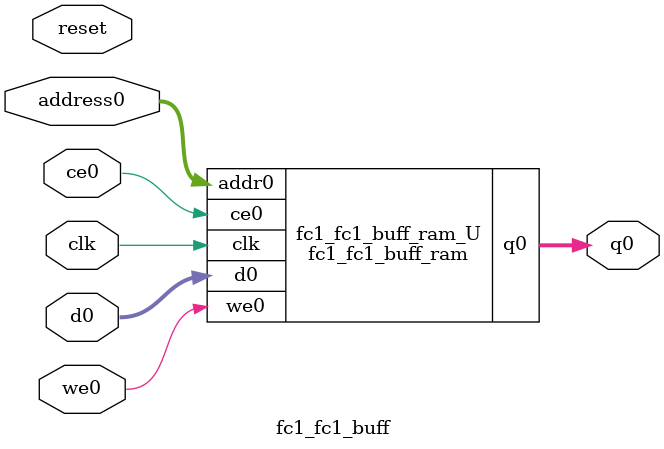
<source format=v>
`timescale 1 ns / 1 ps
module fc1_fc1_buff_ram (addr0, ce0, d0, we0, q0,  clk);

parameter DWIDTH = 32;
parameter AWIDTH = 17;
parameter MEM_SIZE = 69120;

input[AWIDTH-1:0] addr0;
input ce0;
input[DWIDTH-1:0] d0;
input we0;
output reg[DWIDTH-1:0] q0;
input clk;

(* ram_style = "block" *)reg [DWIDTH-1:0] ram[0:MEM_SIZE-1];




always @(posedge clk)  
begin 
    if (ce0) 
    begin
        if (we0) 
        begin 
            ram[addr0] <= d0; 
        end 
        q0 <= ram[addr0];
    end
end


endmodule

`timescale 1 ns / 1 ps
module fc1_fc1_buff(
    reset,
    clk,
    address0,
    ce0,
    we0,
    d0,
    q0);

parameter DataWidth = 32'd32;
parameter AddressRange = 32'd69120;
parameter AddressWidth = 32'd17;
input reset;
input clk;
input[AddressWidth - 1:0] address0;
input ce0;
input we0;
input[DataWidth - 1:0] d0;
output[DataWidth - 1:0] q0;



fc1_fc1_buff_ram fc1_fc1_buff_ram_U(
    .clk( clk ),
    .addr0( address0 ),
    .ce0( ce0 ),
    .we0( we0 ),
    .d0( d0 ),
    .q0( q0 ));

endmodule


</source>
